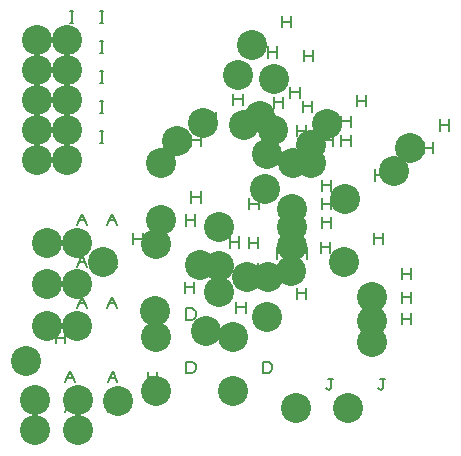
<source format=gbr>
%FSLAX23Y23*%
%MOIN*%
G04 EasyPC Gerber Version 17.0 Build 3379 *
%ADD77C,0.00500*%
%ADD76C,0.10000*%
X0Y0D02*
D02*
D76*
X2954Y587D03*
X2985Y358D03*
Y458D03*
X2990Y1257D03*
Y1357D03*
Y1457D03*
Y1557D03*
Y1657D03*
X3025Y982D03*
X3025Y706D03*
Y844D03*
X3090Y1257D03*
Y1357D03*
Y1457D03*
Y1557D03*
Y1657D03*
X3125Y982D03*
X3125Y706D03*
Y844D03*
X3127Y358D03*
Y458D03*
X3212Y918D03*
X3260Y456D03*
X3384Y755D03*
X3386Y980D03*
X3388Y490D03*
Y667D03*
X3404Y1057D03*
Y1247D03*
X3457Y1322D03*
X3533Y907D03*
X3545Y1382D03*
X3555Y690D03*
X3597Y819D03*
Y905D03*
X3598Y1035D03*
X3644Y490D03*
Y667D03*
X3660Y1541D03*
X3680Y1374D03*
X3690Y870D03*
X3706Y1642D03*
X3735Y1406D03*
X3751Y1163D03*
X3758Y736D03*
Y1278D03*
X3760Y870D03*
X3778Y1359D03*
X3780Y1528D03*
X3838Y889D03*
X3840Y1035D03*
Y1096D03*
X3840Y973D03*
X3845Y1247D03*
X3853Y433D03*
X3904Y1247D03*
Y1310D03*
X3956Y1378D03*
X4013Y919D03*
X4017Y1130D03*
X4027Y433D03*
X4107Y652D03*
Y723D03*
Y802D03*
X4180Y1222D03*
X4233Y1297D03*
D02*
D77*
X3054Y647D02*
Y684D01*
Y665D02*
X3085D01*
Y647D02*
Y684D01*
X3085Y418D02*
X3101Y455D01*
X3116Y418*
X3091Y433D02*
X3110D01*
X3085Y518D02*
X3101Y555D01*
X3116Y518*
X3091Y533D02*
X3110D01*
X3100Y1316D02*
X3112D01*
X3106D02*
Y1354D01*
X3100D02*
X3112D01*
X3100Y1416D02*
X3112D01*
X3106D02*
Y1454D01*
X3100D02*
X3112D01*
X3100Y1516D02*
X3112D01*
X3106D02*
Y1554D01*
X3100D02*
X3112D01*
X3100Y1616D02*
X3112D01*
X3106D02*
Y1654D01*
X3100D02*
X3112D01*
X3100Y1716D02*
X3112D01*
X3106D02*
Y1754D01*
X3100D02*
X3112D01*
X3125Y1041D02*
X3140Y1079D01*
X3156Y1041*
X3131Y1057D02*
X3150D01*
X3125Y766D02*
X3141Y803D01*
X3156Y766*
X3131Y781D02*
X3150D01*
X3125Y903D02*
X3141Y941D01*
X3156Y903*
X3131Y919D02*
X3150D01*
X3200Y1316D02*
X3212D01*
X3206D02*
Y1354D01*
X3200D02*
X3212D01*
X3200Y1416D02*
X3212D01*
X3206D02*
Y1454D01*
X3200D02*
X3212D01*
X3200Y1516D02*
X3212D01*
X3206D02*
Y1554D01*
X3200D02*
X3212D01*
X3200Y1616D02*
X3212D01*
X3206D02*
Y1654D01*
X3200D02*
X3212D01*
X3200Y1716D02*
X3212D01*
X3206D02*
Y1754D01*
X3200D02*
X3212D01*
X3225Y1041D02*
X3240Y1079D01*
X3256Y1041*
X3231Y1057D02*
X3250D01*
X3225Y766D02*
X3241Y803D01*
X3256Y766*
X3231Y781D02*
X3250D01*
X3225Y903D02*
X3241Y941D01*
X3256Y903*
X3231Y919D02*
X3250D01*
X3227Y418D02*
X3243Y455D01*
X3258Y418*
X3233Y433D02*
X3252D01*
X3227Y518D02*
X3243Y555D01*
X3258Y518*
X3233Y533D02*
X3252D01*
X3312Y977D02*
Y1015D01*
Y996D02*
X3343D01*
Y977D02*
Y1015D01*
X3360Y516D02*
Y553D01*
Y534D02*
X3391D01*
Y516D02*
Y553D01*
X3484Y815D02*
Y852D01*
Y834D02*
X3515D01*
Y815D02*
Y852D01*
X3486Y1039D02*
Y1077D01*
Y1058D02*
X3517D01*
Y1039D02*
Y1077D01*
X3488Y549D02*
Y586D01*
X3507*
X3513Y583*
X3516Y580*
X3520Y574*
Y561*
X3516Y555*
X3513Y552*
X3507Y549*
X3488*
Y726D02*
Y764D01*
X3507*
X3513Y760*
X3516Y757*
X3520Y751*
Y739*
X3516Y732*
X3513Y729*
X3507Y726*
X3488*
X3504Y1116D02*
Y1154D01*
Y1135D02*
X3536D01*
Y1116D02*
Y1154D01*
X3504Y1306D02*
Y1343D01*
Y1325D02*
X3536D01*
Y1306D02*
Y1343D01*
X3557Y1382D02*
Y1419D01*
Y1401D02*
X3588D01*
Y1382D02*
Y1419D01*
X3633Y966D02*
Y1004D01*
Y985D02*
X3665D01*
Y966D02*
Y1004D01*
X3645Y1442D02*
Y1479D01*
Y1461D02*
X3676D01*
Y1442D02*
Y1479D01*
X3655Y749D02*
Y786D01*
Y768D02*
X3686D01*
Y749D02*
Y786D01*
X3697Y879D02*
Y916D01*
Y898D02*
X3729D01*
Y879D02*
Y916D01*
X3697Y964D02*
Y1002D01*
Y983D02*
X3729D01*
Y964D02*
Y1002D01*
X3698Y1094D02*
Y1132D01*
Y1113D02*
X3730D01*
Y1094D02*
Y1132D01*
X3744Y549D02*
Y586D01*
X3763*
X3769Y583*
X3772Y580*
X3775Y574*
Y561*
X3772Y555*
X3769Y552*
X3763Y549*
X3744*
Y726D02*
Y764D01*
X3763*
X3769Y760*
X3772Y757*
X3775Y751*
Y739*
X3772Y732*
X3769Y729*
X3763Y726*
X3744*
X3760Y1600D02*
Y1638D01*
Y1619D02*
X3792D01*
Y1600D02*
Y1638D01*
X3780Y1433D02*
Y1470D01*
Y1452D02*
X3811D01*
Y1433D02*
Y1470D01*
X3790Y929D02*
Y967D01*
Y948D02*
X3821D01*
Y929D02*
Y967D01*
X3806Y1702D02*
Y1739D01*
Y1720D02*
X3837D01*
Y1702D02*
Y1739D01*
X3835Y1465D02*
Y1503D01*
Y1484D02*
X3866D01*
Y1465D02*
Y1503D01*
X3851Y1222D02*
Y1260D01*
Y1241D02*
X3882D01*
Y1222D02*
Y1260D01*
X3858Y795D02*
Y833D01*
Y814D02*
X3889D01*
Y795D02*
Y833D01*
X3858Y1337D02*
Y1375D01*
Y1356D02*
X3889D01*
Y1337D02*
Y1375D01*
X3860Y929D02*
Y967D01*
Y948D02*
X3891D01*
Y929D02*
Y967D01*
X3878Y1418D02*
Y1456D01*
Y1437D02*
X3909D01*
Y1418D02*
Y1456D01*
X3880Y1587D02*
Y1625D01*
Y1606D02*
X3912D01*
Y1587D02*
Y1625D01*
X3938Y949D02*
Y986D01*
Y967D02*
X3969D01*
Y949D02*
Y986D01*
X3940Y1094D02*
Y1132D01*
Y1113D02*
X3971D01*
Y1094D02*
Y1132D01*
X3940Y1155D02*
Y1193D01*
Y1174D02*
X3971D01*
Y1155D02*
Y1193D01*
X3940Y1032D02*
Y1070D01*
Y1051D02*
X3972D01*
Y1032D02*
Y1070D01*
X3945Y1306D02*
Y1343D01*
Y1325D02*
X3977D01*
Y1306D02*
Y1343D01*
X3953Y498D02*
X3956Y495D01*
X3963Y492*
X3969Y495*
X3972Y498*
Y530*
X3978*
X3972D02*
X3960D01*
X4004Y1306D02*
Y1343D01*
Y1325D02*
X4036D01*
Y1306D02*
Y1343D01*
X4004Y1369D02*
Y1406D01*
Y1388D02*
X4036D01*
Y1369D02*
Y1406D01*
X4056Y1437D02*
Y1474D01*
Y1456D02*
X4087D01*
Y1437D02*
Y1474D01*
X4113Y978D02*
Y1016D01*
Y997D02*
X4144D01*
Y978D02*
Y1016D01*
X4117Y1190D02*
Y1227D01*
Y1209D02*
X4148D01*
Y1190D02*
Y1227D01*
X4127Y498D02*
X4130Y495D01*
X4136Y492*
X4142Y495*
X4145Y498*
Y530*
X4152*
X4145D02*
X4133D01*
X4207Y712D02*
Y749D01*
Y730D02*
X4238D01*
Y712D02*
Y749D01*
X4207Y782D02*
Y820D01*
Y801D02*
X4238D01*
Y782D02*
Y820D01*
X4207Y861D02*
Y899D01*
Y880D02*
X4238D01*
Y861D02*
Y899D01*
X4280Y1281D02*
Y1319D01*
Y1300D02*
X4311D01*
Y1281D02*
Y1319D01*
X4333Y1356D02*
Y1394D01*
Y1375D02*
X4364D01*
Y1356D02*
Y1394D01*
X0Y0D02*
M02*

</source>
